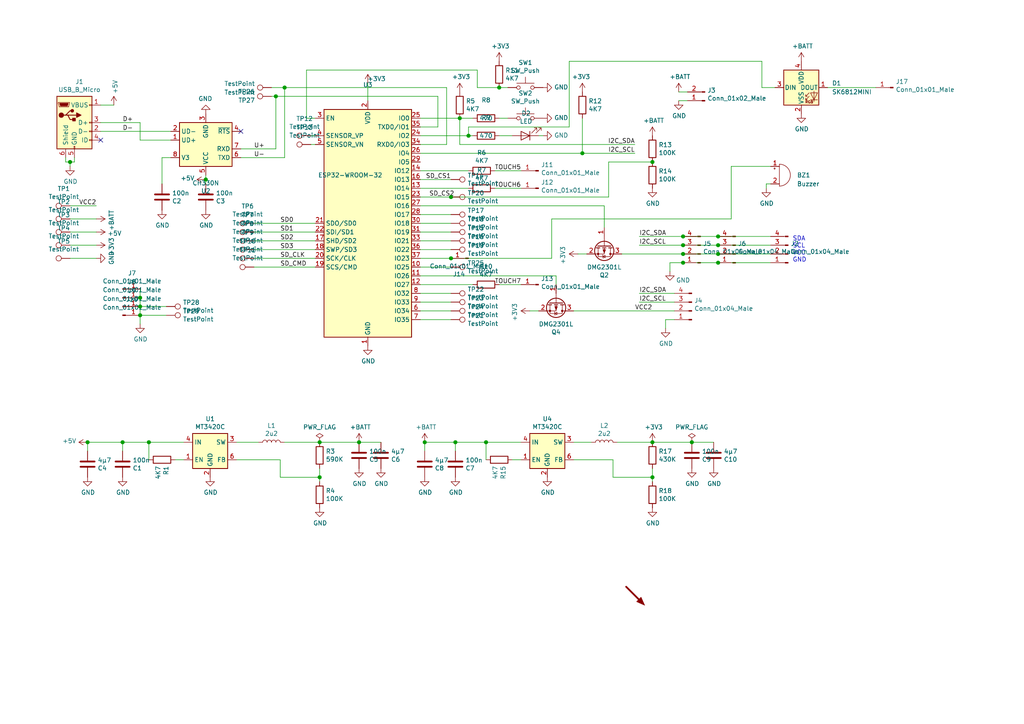
<source format=kicad_sch>
(kicad_sch (version 20210126) (generator eeschema)
  (paper "A4")
  (lib_symbols
    (symbol "Connector:Conn_01x01_Male" (pin_names (offset 1.016) hide)
      (property "Reference" "J" (at 0 2.54 0))
      (property "Value" "Conn_01x01_Male" (at 0 -2.54 0))
      (symbol "Conn_01x01_Male_1_1"
        (pin passive line (at 5.08 0 180) (length 3.81) (name "Pin_1") (number "1"))
      )
    )
    (symbol "Connector:Conn_01x02_Male" (pin_names (offset 1.016) hide)
      (property "Reference" "J" (at 0 2.54 0))
      (property "Value" "Conn_01x02_Male" (at 0 -5.08 0))
      (symbol "Conn_01x02_Male_1_1"
        (pin passive line (at 5.08 0 180) (length 3.81) (name "Pin_1") (number "1"))
        (pin passive line (at 5.08 -2.54 180) (length 3.81) (name "Pin_2") (number "2"))
      )
    )
    (symbol "Connector:Conn_01x04_Male" (pin_names (offset 1.016) hide)
      (property "Reference" "J" (at 0 5.08 0))
      (property "Value" "Conn_01x04_Male" (at 0 -7.62 0))
      (symbol "Conn_01x04_Male_1_1"
        (pin passive line (at 5.08 2.54 180) (length 3.81) (name "Pin_1") (number "1"))
        (pin passive line (at 5.08 0 180) (length 3.81) (name "Pin_2") (number "2"))
        (pin passive line (at 5.08 -2.54 180) (length 3.81) (name "Pin_3") (number "3"))
        (pin passive line (at 5.08 -5.08 180) (length 3.81) (name "Pin_4") (number "4"))
      )
    )
    (symbol "Connector:TestPoint" (pin_numbers hide) (pin_names (offset 0.762) hide)
      (property "Reference" "TP" (at 0 6.858 0))
      (property "Value" "TestPoint" (at 0 5.08 0))
      (symbol "TestPoint_1_1"
        (pin passive line (at 0 0 90) (length 2.54) (name "1") (number "1"))
      )
    )
    (symbol "Device:Buzzer" (pin_names (offset 0.0254) hide)
      (property "Reference" "BZ" (at 3.81 1.27 0))
      (property "Value" "Buzzer" (at 3.81 -1.27 0))
      (symbol "Buzzer_1_1"
        (pin passive line (at -2.54 2.54 0) (length 2.54) (name "-") (number "1"))
        (pin passive line (at -2.54 -2.54 0) (length 2.54) (name "+") (number "2"))
      )
    )
    (symbol "Device:C" (pin_numbers hide) (pin_names (offset 0.254))
      (property "Reference" "C" (at 0.635 2.54 0))
      (property "Value" "C" (at 0.635 -2.54 0))
      (symbol "C_1_1"
        (pin passive line (at 0 3.81 270) (length 2.794) (name "~") (number "1"))
        (pin passive line (at 0 -3.81 90) (length 2.794) (name "~") (number "2"))
      )
    )
    (symbol "Device:L" (pin_numbers hide) (pin_names (offset 1.016) hide)
      (property "Reference" "L" (at -1.27 0 90))
      (property "Value" "L" (at 1.905 0 90))
      (symbol "L_1_1"
        (pin passive line (at 0 3.81 270) (length 1.27) (name "1") (number "1"))
        (pin passive line (at 0 -3.81 90) (length 1.27) (name "2") (number "2"))
      )
    )
    (symbol "Device:LED" (pin_numbers hide) (pin_names (offset 1.016) hide)
      (property "Reference" "D" (at 0 2.54 0))
      (property "Value" "LED" (at 0 -2.54 0))
      (symbol "LED_1_1"
        (pin passive line (at -3.81 0 0) (length 2.54) (name "K") (number "1"))
        (pin passive line (at 3.81 0 180) (length 2.54) (name "A") (number "2"))
      )
    )
    (symbol "Device:R" (pin_numbers hide) (pin_names (offset 0))
      (property "Reference" "R" (at 2.032 0 90))
      (property "Value" "R" (at 0 0 90))
      (symbol "R_1_1"
        (pin passive line (at 0 3.81 270) (length 1.27) (name "~") (number "1"))
        (pin passive line (at 0 -3.81 90) (length 1.27) (name "~") (number "2"))
      )
    )
    (symbol "EasterEGG_V1-rescue:MT3420C-mt3420c"
      (property "Reference" "U" (at -2.54 8.89 0))
      (property "Value" "MT3420C-mt3420c" (at -3.81 6.35 0))
      (symbol "MT3420C-mt3420c_1_1"
        (pin input line (at -7.62 -2.54 0) (length 2.54) (name "EN") (number "1"))
        (pin power_in line (at 0 -7.62 90) (length 2.54) (name "GND") (number "2"))
        (pin passive line (at 7.62 2.54 180) (length 2.54) (name "SW") (number "3"))
        (pin power_in line (at -7.62 2.54 0) (length 2.54) (name "IN") (number "4"))
        (pin no_connect line (at 5.08 0 180) (length 2.54) hide (name "NC") (number "5"))
        (pin input line (at 7.62 -2.54 180) (length 2.54) (name "FB") (number "6"))
      )
    )
    (symbol "EasterEGG_V1-rescue:USB_B_Micro-Connector" (pin_names (offset 1.016))
      (property "Reference" "J" (at -5.08 11.43 0))
      (property "Value" "USB_B_Micro-Connector" (at -5.08 8.89 0))
      (symbol "USB_B_Micro-Connector_1_1"
        (pin power_out line (at 7.62 5.08 180) (length 2.54) (name "VBUS") (number "1"))
        (pin bidirectional line (at 7.62 -2.54 180) (length 2.54) (name "D-") (number "2"))
        (pin bidirectional line (at 7.62 0 180) (length 2.54) (name "D+") (number "3"))
        (pin passive line (at 7.62 -5.08 180) (length 2.54) (name "ID") (number "4"))
        (pin power_out line (at 0 -10.16 90) (length 2.54) (name "GND") (number "5"))
        (pin passive line (at -2.54 -10.16 90) (length 2.54) (name "Shield") (number "6"))
      )
    )
    (symbol "Graphic:SYM_Arrow45_Large" (pin_names (offset 1.016)))
    (symbol "Interface_USB:CH330N"
      (property "Reference" "U" (at -7.62 6.35 0))
      (property "Value" "CH330N" (at 7.62 6.35 0))
      (symbol "CH330N_1_1"
        (pin bidirectional line (at -10.16 -2.54 0) (length 2.54) (name "UD+") (number "1"))
        (pin bidirectional line (at -10.16 -5.08 0) (length 2.54) (name "UD-") (number "2"))
        (pin power_in line (at 0 -10.16 90) (length 2.54) (name "GND") (number "3"))
        (pin output line (at 10.16 -5.08 180) (length 2.54) (name "~RTS") (number "4"))
        (pin power_in line (at 0 7.62 270) (length 2.54) (name "VCC") (number "5"))
        (pin output line (at 10.16 2.54 180) (length 2.54) (name "TXD") (number "6"))
        (pin input line (at 10.16 0 180) (length 2.54) (name "RXD") (number "7"))
        (pin passive line (at -10.16 2.54 0) (length 2.54) (name "V3") (number "8"))
      )
    )
    (symbol "LED:SK6812MINI" (pin_names (offset 0.254))
      (property "Reference" "D" (at 5.08 5.715 0))
      (property "Value" "SK6812MINI" (at 1.27 -5.715 0))
      (symbol "SK6812MINI_0_0"
        (text "RGB" (at 2.286 -4.191 0) (effects (font (size 0.762 0.762))))
      )
      (symbol "SK6812MINI_1_1"
        (pin output line (at 7.62 0 180) (length 2.54) (name "DOUT") (number "1"))
        (pin power_in line (at 0 -7.62 90) (length 2.54) (name "VSS") (number "2"))
        (pin input line (at -7.62 0 0) (length 2.54) (name "DIN") (number "3"))
        (pin power_in line (at 0 7.62 270) (length 2.54) (name "VDD") (number "4"))
      )
    )
    (symbol "RF_Module:ESP32-WROOM-32"
      (property "Reference" "U" (at -12.7 34.29 0))
      (property "Value" "ESP32-WROOM-32" (at 1.27 34.29 0))
      (symbol "ESP32-WROOM-32_1_1"
        (pin power_in line (at 0 -35.56 90) (length 2.54) (name "GND") (number "1"))
        (pin bidirectional line (at 15.24 -12.7 180) (length 2.54) (name "IO25") (number "10"))
        (pin bidirectional line (at 15.24 -15.24 180) (length 2.54) (name "IO26") (number "11"))
        (pin bidirectional line (at 15.24 -17.78 180) (length 2.54) (name "IO27") (number "12"))
        (pin bidirectional line (at 15.24 10.16 180) (length 2.54) (name "IO14") (number "13"))
        (pin bidirectional line (at 15.24 15.24 180) (length 2.54) (name "IO12") (number "14"))
        (pin passive line (at 0 -35.56 90) (length 2.54) hide (name "GND") (number "15"))
        (pin bidirectional line (at 15.24 12.7 180) (length 2.54) (name "IO13") (number "16"))
        (pin bidirectional line (at -15.24 -5.08 0) (length 2.54) (name "SHD/SD2") (number "17"))
        (pin bidirectional line (at -15.24 -7.62 0) (length 2.54) (name "SWP/SD3") (number "18"))
        (pin bidirectional line (at -15.24 -12.7 0) (length 2.54) (name "SCS/CMD") (number "19"))
        (pin power_in line (at 0 35.56 270) (length 2.54) (name "VDD") (number "2"))
        (pin bidirectional line (at -15.24 -10.16 0) (length 2.54) (name "SCK/CLK") (number "20"))
        (pin bidirectional line (at -15.24 0 0) (length 2.54) (name "SDO/SD0") (number "21"))
        (pin bidirectional line (at -15.24 -2.54 0) (length 2.54) (name "SDI/SD1") (number "22"))
        (pin bidirectional line (at 15.24 7.62 180) (length 2.54) (name "IO15") (number "23"))
        (pin bidirectional line (at 15.24 25.4 180) (length 2.54) (name "IO2") (number "24"))
        (pin bidirectional line (at 15.24 30.48 180) (length 2.54) (name "IO0") (number "25"))
        (pin bidirectional line (at 15.24 20.32 180) (length 2.54) (name "IO4") (number "26"))
        (pin bidirectional line (at 15.24 5.08 180) (length 2.54) (name "IO16") (number "27"))
        (pin bidirectional line (at 15.24 2.54 180) (length 2.54) (name "IO17") (number "28"))
        (pin bidirectional line (at 15.24 17.78 180) (length 2.54) (name "IO5") (number "29"))
        (pin input line (at -15.24 30.48 0) (length 2.54) (name "EN") (number "3"))
        (pin bidirectional line (at 15.24 0 180) (length 2.54) (name "IO18") (number "30"))
        (pin bidirectional line (at 15.24 -2.54 180) (length 2.54) (name "IO19") (number "31"))
        (pin no_connect line (at -12.7 -27.94 0) (length 2.54) hide (name "NC") (number "32"))
        (pin bidirectional line (at 15.24 -5.08 180) (length 2.54) (name "IO21") (number "33"))
        (pin bidirectional line (at 15.24 22.86 180) (length 2.54) (name "RXD0/IO3") (number "34"))
        (pin bidirectional line (at 15.24 27.94 180) (length 2.54) (name "TXD0/IO1") (number "35"))
        (pin bidirectional line (at 15.24 -7.62 180) (length 2.54) (name "IO22") (number "36"))
        (pin bidirectional line (at 15.24 -10.16 180) (length 2.54) (name "IO23") (number "37"))
        (pin passive line (at 0 -35.56 90) (length 2.54) hide (name "GND") (number "38"))
        (pin passive line (at 0 -35.56 90) (length 2.54) hide (name "GND") (number "39"))
        (pin input line (at -15.24 25.4 0) (length 2.54) (name "SENSOR_VP") (number "4"))
        (pin input line (at -15.24 22.86 0) (length 2.54) (name "SENSOR_VN") (number "5"))
        (pin input line (at 15.24 -25.4 180) (length 2.54) (name "IO34") (number "6"))
        (pin input line (at 15.24 -27.94 180) (length 2.54) (name "IO35") (number "7"))
        (pin bidirectional line (at 15.24 -20.32 180) (length 2.54) (name "IO32") (number "8"))
        (pin bidirectional line (at 15.24 -22.86 180) (length 2.54) (name "IO33") (number "9"))
      )
    )
    (symbol "Switch:SW_Push" (pin_numbers hide) (pin_names (offset 1.016) hide)
      (property "Reference" "SW" (at 1.27 2.54 0))
      (property "Value" "SW_Push" (at 0 -1.524 0))
      (symbol "SW_Push_0_1"
        (pin passive line (at -5.08 0 0) (length 2.54) (name "1") (number "1"))
        (pin passive line (at 5.08 0 180) (length 2.54) (name "2") (number "2"))
      )
    )
    (symbol "Transistor_FET:DMG2301L" (pin_names hide)
      (property "Reference" "Q" (at 5.08 1.905 0))
      (property "Value" "DMG2301L" (at 5.08 0 0))
      (symbol "DMG2301L_1_1"
        (pin input line (at -5.08 0 0) (length 2.54) (name "G") (number "1"))
        (pin passive line (at 2.54 -5.08 90) (length 2.54) (name "S") (number "2"))
        (pin passive line (at 2.54 5.08 270) (length 2.54) (name "D") (number "3"))
      )
    )
    (symbol "power:+3V3" (power) (pin_names (offset 0))
      (property "Value" "+3V3" (at 0 3.556 0))
      (symbol "+3V3_1_1"
        (pin power_in line (at 0 0 90) (length 0) hide (name "+3V3") (number "1"))
      )
    )
    (symbol "power:+5V" (power) (pin_names (offset 0))
      (property "Value" "+5V" (at 0 3.556 0))
      (symbol "+5V_1_1"
        (pin power_in line (at 0 0 90) (length 0) hide (name "+5V") (number "1"))
      )
    )
    (symbol "power:+BATT" (power) (pin_names (offset 0))
      (property "Value" "+BATT" (at 0 3.556 0))
      (symbol "+BATT_1_1"
        (pin power_in line (at 0 0 90) (length 0) hide (name "+BATT") (number "1"))
      )
    )
    (symbol "power:GND" (power) (pin_names (offset 0))
      (property "Value" "GND" (at 0 -3.81 0))
      (symbol "GND_1_1"
        (pin power_in line (at 0 0 270) (length 0) hide (name "GND") (number "1"))
      )
    )
    (symbol "power:PWR_FLAG" (power) (pin_numbers hide) (pin_names (offset 0) hide)
      (property "Value" "PWR_FLAG" (at 0 3.81 0))
      (symbol "PWR_FLAG_0_0"
        (pin power_out line (at 0 0 90) (length 0) (name "pwr") (number "1"))
      )
    )
  )
  (junction (at 20.32 46.99) (diameter 1.016))
  (junction (at 25.4 128.27) (diameter 1.016))
  (junction (at 35.56 128.27) (diameter 1.016))
  (junction (at 40.64 86.36) (diameter 1.016))
  (junction (at 40.64 88.9) (diameter 1.016))
  (junction (at 40.64 91.44) (diameter 1.016))
  (junction (at 43.18 128.27) (diameter 1.016))
  (junction (at 59.69 52.07) (diameter 1.016))
  (junction (at 80.01 27.94) (diameter 1.016))
  (junction (at 82.55 25.4) (diameter 1.016))
  (junction (at 92.71 128.27) (diameter 1.016))
  (junction (at 92.71 138.43) (diameter 1.016))
  (junction (at 104.14 128.27) (diameter 1.016))
  (junction (at 123.19 128.27) (diameter 1.016))
  (junction (at 130.81 57.15) (diameter 1.016))
  (junction (at 130.81 74.93) (diameter 1.016))
  (junction (at 132.08 128.27) (diameter 1.016))
  (junction (at 133.35 34.29) (diameter 1.016))
  (junction (at 135.89 39.37) (diameter 1.016))
  (junction (at 140.97 128.27) (diameter 1.016))
  (junction (at 144.78 25.4) (diameter 1.016))
  (junction (at 168.91 44.45) (diameter 1.016))
  (junction (at 189.23 46.99) (diameter 1.016))
  (junction (at 189.23 128.27) (diameter 1.016))
  (junction (at 189.23 138.43) (diameter 1.016))
  (junction (at 198.12 68.58) (diameter 1.016))
  (junction (at 198.12 71.12) (diameter 1.016))
  (junction (at 198.12 73.66) (diameter 1.016))
  (junction (at 198.12 76.2) (diameter 1.016))
  (junction (at 200.66 128.27) (diameter 1.016))
  (junction (at 208.28 68.58) (diameter 1.016))
  (junction (at 208.28 71.12) (diameter 1.016))
  (junction (at 208.28 73.66) (diameter 1.016))
  (junction (at 208.28 76.2) (diameter 1.016))
  (no_connect (at 29.21 40.64))
  (no_connect (at 69.85 38.1))
  (wire (pts (xy 19.05 45.72) (xy 19.05 46.99)))
  (wire (pts (xy 19.05 46.99) (xy 20.32 46.99)))
  (wire (pts (xy 20.32 46.99) (xy 21.59 46.99)))
  (wire (pts (xy 20.32 48.26) (xy 20.32 46.99)))
  (wire (pts (xy 20.32 59.69) (xy 27.94 59.69)))
  (wire (pts (xy 20.32 63.5) (xy 27.94 63.5)))
  (wire (pts (xy 20.32 67.31) (xy 27.94 67.31)))
  (wire (pts (xy 20.32 71.12) (xy 27.94 71.12)))
  (wire (pts (xy 20.32 74.93) (xy 27.94 74.93)))
  (wire (pts (xy 21.59 46.99) (xy 21.59 45.72)))
  (wire (pts (xy 25.4 128.27) (xy 35.56 128.27)))
  (wire (pts (xy 25.4 130.81) (xy 25.4 128.27)))
  (wire (pts (xy 29.21 30.48) (xy 33.02 30.48)))
  (wire (pts (xy 29.21 38.1) (xy 49.53 38.1)))
  (wire (pts (xy 35.56 128.27) (xy 35.56 130.81)))
  (wire (pts (xy 35.56 128.27) (xy 43.18 128.27)))
  (wire (pts (xy 40.64 35.56) (xy 29.21 35.56)))
  (wire (pts (xy 40.64 40.64) (xy 40.64 35.56)))
  (wire (pts (xy 40.64 86.36) (xy 40.64 83.82)))
  (wire (pts (xy 40.64 88.9) (xy 40.64 86.36)))
  (wire (pts (xy 40.64 88.9) (xy 48.26 88.9)))
  (wire (pts (xy 40.64 91.44) (xy 40.64 88.9)))
  (wire (pts (xy 40.64 91.44) (xy 48.26 91.44)))
  (wire (pts (xy 40.64 93.98) (xy 40.64 91.44)))
  (wire (pts (xy 43.18 128.27) (xy 53.34 128.27)))
  (wire (pts (xy 43.18 133.35) (xy 43.18 128.27)))
  (wire (pts (xy 46.99 45.72) (xy 46.99 53.34)))
  (wire (pts (xy 46.99 45.72) (xy 49.53 45.72)))
  (wire (pts (xy 49.53 40.64) (xy 40.64 40.64)))
  (wire (pts (xy 53.34 133.35) (xy 50.8 133.35)))
  (wire (pts (xy 59.69 52.07) (xy 59.69 50.8)))
  (wire (pts (xy 59.69 53.34) (xy 59.69 52.07)))
  (wire (pts (xy 68.58 128.27) (xy 74.93 128.27)))
  (wire (pts (xy 68.58 133.35) (xy 81.28 133.35)))
  (wire (pts (xy 69.85 45.72) (xy 82.55 45.72)))
  (wire (pts (xy 73.66 64.77) (xy 91.44 64.77)))
  (wire (pts (xy 73.66 67.31) (xy 91.44 67.31)))
  (wire (pts (xy 73.66 69.85) (xy 91.44 69.85)))
  (wire (pts (xy 73.66 72.39) (xy 91.44 72.39)))
  (wire (pts (xy 73.66 74.93) (xy 91.44 74.93)))
  (wire (pts (xy 73.66 77.47) (xy 91.44 77.47)))
  (wire (pts (xy 78.74 25.4) (xy 82.55 25.4)))
  (wire (pts (xy 78.74 27.94) (xy 80.01 27.94)))
  (wire (pts (xy 80.01 27.94) (xy 80.01 43.18)))
  (wire (pts (xy 80.01 43.18) (xy 69.85 43.18)))
  (wire (pts (xy 81.28 133.35) (xy 81.28 138.43)))
  (wire (pts (xy 82.55 25.4) (xy 129.54 25.4)))
  (wire (pts (xy 82.55 45.72) (xy 82.55 25.4)))
  (wire (pts (xy 82.55 128.27) (xy 92.71 128.27)))
  (wire (pts (xy 88.9 20.32) (xy 138.43 20.32)))
  (wire (pts (xy 88.9 34.29) (xy 88.9 20.32)))
  (wire (pts (xy 90.17 39.37) (xy 91.44 39.37)))
  (wire (pts (xy 91.44 34.29) (xy 88.9 34.29)))
  (wire (pts (xy 91.44 41.91) (xy 90.17 41.91)))
  (wire (pts (xy 92.71 128.27) (xy 104.14 128.27)))
  (wire (pts (xy 92.71 135.89) (xy 92.71 138.43)))
  (wire (pts (xy 92.71 138.43) (xy 81.28 138.43)))
  (wire (pts (xy 92.71 138.43) (xy 92.71 139.7)))
  (wire (pts (xy 106.68 29.21) (xy 106.68 24.13)))
  (wire (pts (xy 110.49 128.27) (xy 104.14 128.27)))
  (wire (pts (xy 121.92 34.29) (xy 133.35 34.29)))
  (wire (pts (xy 121.92 36.83) (xy 127 36.83)))
  (wire (pts (xy 121.92 39.37) (xy 135.89 39.37)))
  (wire (pts (xy 121.92 44.45) (xy 168.91 44.45)))
  (wire (pts (xy 121.92 49.53) (xy 135.89 49.53)))
  (wire (pts (xy 121.92 52.07) (xy 130.81 52.07)))
  (wire (pts (xy 121.92 54.61) (xy 135.89 54.61)))
  (wire (pts (xy 121.92 57.15) (xy 130.81 57.15)))
  (wire (pts (xy 121.92 62.23) (xy 130.81 62.23)))
  (wire (pts (xy 121.92 64.77) (xy 130.81 64.77)))
  (wire (pts (xy 121.92 67.31) (xy 130.81 67.31)))
  (wire (pts (xy 121.92 69.85) (xy 130.81 69.85)))
  (wire (pts (xy 121.92 72.39) (xy 130.81 72.39)))
  (wire (pts (xy 121.92 74.93) (xy 130.81 74.93)))
  (wire (pts (xy 121.92 77.47) (xy 130.81 77.47)))
  (wire (pts (xy 121.92 80.01) (xy 161.29 80.01)))
  (wire (pts (xy 121.92 82.55) (xy 137.16 82.55)))
  (wire (pts (xy 121.92 85.09) (xy 130.81 85.09)))
  (wire (pts (xy 121.92 87.63) (xy 130.81 87.63)))
  (wire (pts (xy 121.92 90.17) (xy 130.81 90.17)))
  (wire (pts (xy 121.92 92.71) (xy 130.81 92.71)))
  (wire (pts (xy 123.19 128.27) (xy 123.19 130.81)))
  (wire (pts (xy 127 27.94) (xy 80.01 27.94)))
  (wire (pts (xy 127 36.83) (xy 127 27.94)))
  (wire (pts (xy 129.54 25.4) (xy 129.54 41.91)))
  (wire (pts (xy 129.54 41.91) (xy 121.92 41.91)))
  (wire (pts (xy 130.81 74.93) (xy 160.02 74.93)))
  (wire (pts (xy 132.08 128.27) (xy 123.19 128.27)))
  (wire (pts (xy 132.08 128.27) (xy 132.08 130.81)))
  (wire (pts (xy 132.08 128.27) (xy 140.97 128.27)))
  (wire (pts (xy 133.35 34.29) (xy 133.35 41.91)))
  (wire (pts (xy 133.35 41.91) (xy 184.15 41.91)))
  (wire (pts (xy 135.89 36.83) (xy 135.89 39.37)))
  (wire (pts (xy 135.89 39.37) (xy 137.16 39.37)))
  (wire (pts (xy 137.16 34.29) (xy 133.35 34.29)))
  (wire (pts (xy 138.43 25.4) (xy 138.43 20.32)))
  (wire (pts (xy 140.97 128.27) (xy 151.13 128.27)))
  (wire (pts (xy 140.97 133.35) (xy 140.97 128.27)))
  (wire (pts (xy 143.51 49.53) (xy 151.13 49.53)))
  (wire (pts (xy 143.51 54.61) (xy 151.13 54.61)))
  (wire (pts (xy 144.78 25.4) (xy 138.43 25.4)))
  (wire (pts (xy 144.78 34.29) (xy 147.32 34.29)))
  (wire (pts (xy 144.78 39.37) (xy 148.59 39.37)))
  (wire (pts (xy 144.78 82.55) (xy 151.13 82.55)))
  (wire (pts (xy 147.32 25.4) (xy 144.78 25.4)))
  (wire (pts (xy 148.59 133.35) (xy 151.13 133.35)))
  (wire (pts (xy 153.67 90.17) (xy 156.21 90.17)))
  (wire (pts (xy 157.48 39.37) (xy 156.21 39.37)))
  (wire (pts (xy 160.02 63.5) (xy 212.09 63.5)))
  (wire (pts (xy 160.02 74.93) (xy 160.02 63.5)))
  (wire (pts (xy 161.29 80.01) (xy 161.29 82.55)))
  (wire (pts (xy 165.1 17.78) (xy 165.1 36.83)))
  (wire (pts (xy 165.1 36.83) (xy 135.89 36.83)))
  (wire (pts (xy 166.37 90.17) (xy 195.58 90.17)))
  (wire (pts (xy 166.37 133.35) (xy 177.8 133.35)))
  (wire (pts (xy 167.64 73.66) (xy 170.18 73.66)))
  (wire (pts (xy 168.91 34.29) (xy 168.91 44.45)))
  (wire (pts (xy 168.91 44.45) (xy 184.15 44.45)))
  (wire (pts (xy 171.45 128.27) (xy 166.37 128.27)))
  (wire (pts (xy 175.26 59.69) (xy 121.92 59.69)))
  (wire (pts (xy 175.26 66.04) (xy 175.26 59.69)))
  (wire (pts (xy 176.53 46.99) (xy 176.53 57.15)))
  (wire (pts (xy 176.53 57.15) (xy 130.81 57.15)))
  (wire (pts (xy 177.8 133.35) (xy 177.8 138.43)))
  (wire (pts (xy 179.07 128.27) (xy 189.23 128.27)))
  (wire (pts (xy 180.34 73.66) (xy 198.12 73.66)))
  (wire (pts (xy 189.23 46.99) (xy 176.53 46.99)))
  (wire (pts (xy 189.23 128.27) (xy 200.66 128.27)))
  (wire (pts (xy 189.23 135.89) (xy 189.23 138.43)))
  (wire (pts (xy 189.23 138.43) (xy 177.8 138.43)))
  (wire (pts (xy 189.23 138.43) (xy 189.23 139.7)))
  (wire (pts (xy 193.04 92.71) (xy 193.04 95.25)))
  (wire (pts (xy 194.31 76.2) (xy 194.31 78.74)))
  (wire (pts (xy 195.58 85.09) (xy 185.42 85.09)))
  (wire (pts (xy 195.58 87.63) (xy 185.42 87.63)))
  (wire (pts (xy 195.58 92.71) (xy 193.04 92.71)))
  (wire (pts (xy 198.12 68.58) (xy 185.42 68.58)))
  (wire (pts (xy 198.12 68.58) (xy 208.28 68.58)))
  (wire (pts (xy 198.12 71.12) (xy 185.42 71.12)))
  (wire (pts (xy 198.12 71.12) (xy 208.28 71.12)))
  (wire (pts (xy 198.12 73.66) (xy 208.28 73.66)))
  (wire (pts (xy 198.12 76.2) (xy 194.31 76.2)))
  (wire (pts (xy 198.12 76.2) (xy 208.28 76.2)))
  (wire (pts (xy 199.39 26.67) (xy 196.85 26.67)))
  (wire (pts (xy 199.39 29.21) (xy 196.85 29.21)))
  (wire (pts (xy 207.01 128.27) (xy 200.66 128.27)))
  (wire (pts (xy 208.28 68.58) (xy 223.52 68.58)))
  (wire (pts (xy 208.28 71.12) (xy 223.52 71.12)))
  (wire (pts (xy 208.28 73.66) (xy 223.52 73.66)))
  (wire (pts (xy 208.28 76.2) (xy 223.52 76.2)))
  (wire (pts (xy 212.09 48.26) (xy 223.52 48.26)))
  (wire (pts (xy 212.09 63.5) (xy 212.09 48.26)))
  (wire (pts (xy 220.98 17.78) (xy 165.1 17.78)))
  (wire (pts (xy 220.98 25.4) (xy 220.98 17.78)))
  (wire (pts (xy 222.25 53.34) (xy 223.52 53.34)))
  (wire (pts (xy 222.25 54.61) (xy 222.25 53.34)))
  (wire (pts (xy 224.79 25.4) (xy 220.98 25.4)))
  (wire (pts (xy 240.03 25.4) (xy 254 25.4)))
  (text "SDA\nSCL\nVCC\nGND" (at 229.87 76.2 0) (effects (font (size 1.27 1.27)) (justify left bottom)))
  (label "VCC2" (at 27.94 59.69 180))
  (label "D+" (at 35.56 35.56 0))
  (label "D-" (at 35.56 38.1 0))
  (label "U+" (at 73.66 43.18 0))
  (label "U-" (at 73.66 45.72 0))
  (label "SD0" (at 81.28 64.77 0))
  (label "SD1" (at 81.28 67.31 0))
  (label "SD2" (at 81.28 69.85 0))
  (label "SD3" (at 81.28 72.39 0))
  (label "SD_CLK" (at 81.28 74.93 0))
  (label "SD_CMD" (at 81.28 77.47 0))
  (label "SD_CS2" (at 124.46 57.15 0))
  (label "SD_CS1" (at 130.81 52.07 180))
  (label "TOUCH5" (at 151.13 49.53 180))
  (label "TOUCH6" (at 151.13 54.61 180))
  (label "TOUCH7" (at 151.13 82.55 180))
  (label "I2C_SDA" (at 184.15 41.91 180))
  (label "I2C_SCL" (at 184.15 44.45 180))
  (label "VCC2" (at 184.15 90.17 0))
  (label "I2C_SDA" (at 185.42 68.58 0))
  (label "I2C_SCL" (at 185.42 71.12 0))
  (label "I2C_SDA" (at 185.42 85.09 0))
  (label "I2C_SCL" (at 185.42 87.63 0))
  (symbol (lib_id "Connector:Conn_01x01_Male") (at 35.56 83.82 0) (unit 1)
    (property "Reference" "J7" (at 38.3032 79.2226 0))
    (property "Value" "Conn_01x01_Male" (at 38.3032 81.534 0))
    (property "Footprint" "Connector_PinHeader_2.54mm:PinHeader_1x01_P2.54mm_Vertical" (effects hide))
  )
  (symbol (lib_id "Connector:Conn_01x01_Male") (at 35.56 86.36 0) (unit 1)
    (property "Reference" "J8" (at 38.3032 81.7626 0))
    (property "Value" "Conn_01x01_Male" (at 38.3032 84.074 0))
    (property "Footprint" "Connector_PinHeader_2.54mm:PinHeader_1x01_P2.54mm_Vertical" (effects hide))
  )
  (symbol (lib_id "Connector:Conn_01x01_Male") (at 35.56 88.9 0) (unit 1)
    (property "Reference" "J9" (at 38.3032 84.3026 0))
    (property "Value" "Conn_01x01_Male" (at 38.3032 86.614 0))
    (property "Footprint" "Connector_PinHeader_2.54mm:PinHeader_1x01_P2.54mm_Vertical" (effects hide))
  )
  (symbol (lib_id "Connector:Conn_01x01_Male") (at 35.56 91.44 0) (unit 1)
    (property "Reference" "J10" (at 38.3032 86.8426 0))
    (property "Value" "Conn_01x01_Male" (at 38.3032 89.154 0))
    (property "Footprint" "Connector_PinHeader_2.54mm:PinHeader_1x01_P2.54mm_Vertical" (effects hide))
  )
  (symbol (lib_id "Connector:Conn_01x01_Male") (at 135.89 74.93 180) (unit 1)
    (property "Reference" "J14" (at 133.1468 79.5274 0))
    (property "Value" "Conn_01x01_Male" (at 133.1468 77.216 0))
    (property "Footprint" "Connector_PinHeader_2.54mm:PinHeader_1x01_P2.54mm_Vertical" (effects hide))
  )
  (symbol (lib_id "Connector:Conn_01x01_Male") (at 156.21 49.53 180) (unit 1)
    (property "Reference" "J11" (at 156.9212 47.8028 0) (effects (justify right)))
    (property "Value" "Conn_01x01_Male" (at 156.9212 50.1142 0) (effects (justify right)))
    (property "Footprint" "Connector_PinHeader_2.54mm:PinHeader_1x01_P2.54mm_Vertical" (effects hide))
  )
  (symbol (lib_id "Connector:Conn_01x01_Male") (at 156.21 54.61 180) (unit 1)
    (property "Reference" "J12" (at 156.9212 52.8828 0) (effects (justify right)))
    (property "Value" "Conn_01x01_Male" (at 156.9212 55.1942 0) (effects (justify right)))
    (property "Footprint" "Connector_PinHeader_2.54mm:PinHeader_1x01_P2.54mm_Vertical" (effects hide))
  )
  (symbol (lib_id "Connector:Conn_01x01_Male") (at 156.21 82.55 180) (unit 1)
    (property "Reference" "J13" (at 156.9212 80.8228 0) (effects (justify right)))
    (property "Value" "Conn_01x01_Male" (at 156.9212 83.1342 0) (effects (justify right)))
    (property "Footprint" "Connector_PinHeader_2.54mm:PinHeader_1x01_P2.54mm_Vertical" (effects hide))
  )
  (symbol (lib_id "Connector:Conn_01x01_Male") (at 259.08 25.4 180) (unit 1)
    (property "Reference" "J17" (at 259.7912 23.6728 0) (effects (justify right)))
    (property "Value" "Conn_01x01_Male" (at 259.7912 25.9842 0) (effects (justify right)))
    (property "Footprint" "Connector_PinHeader_2.54mm:PinHeader_1x01_P2.54mm_Vertical" (effects hide))
  )
  (symbol (lib_id "power:+5V") (at 25.4 128.27 90) (unit 1)
    (property "Reference" "#PWR0121" (effects hide))
    (property "Value" "+5V" (at 22.1488 127.889 90) (effects (justify left)))
  )
  (symbol (lib_id "power:+BATT") (at 27.94 63.5 270) (unit 1)
    (property "Reference" "#PWR0136" (effects hide))
    (property "Value" "+BATT" (at 32.3342 63.881 0))
  )
  (symbol (lib_id "power:+5V") (at 27.94 67.31 270) (unit 1)
    (property "Reference" "#PWR0137" (effects hide))
    (property "Value" "+5V" (at 31.1912 67.691 90) (effects (justify left)))
  )
  (symbol (lib_id "power:+3V3") (at 27.94 71.12 270) (unit 1)
    (property "Reference" "#PWR0138" (effects hide))
    (property "Value" "+3V3" (at 32.3342 71.501 0))
  )
  (symbol (lib_id "power:+5V") (at 33.02 30.48 0) (unit 1)
    (property "Reference" "#PWR0120" (effects hide))
    (property "Value" "+5V" (at 33.401 27.2288 90) (effects (justify left)))
  )
  (symbol (lib_id "power:+5V") (at 59.69 52.07 90) (unit 1)
    (property "Reference" "#PWR0103" (effects hide))
    (property "Value" "+5V" (at 56.4388 51.689 90) (effects (justify left)))
  )
  (symbol (lib_id "power:+BATT") (at 104.14 128.27 0) (unit 1)
    (property "Reference" "#PWR0123" (effects hide))
    (property "Value" "+BATT" (at 104.521 123.8758 0))
  )
  (symbol (lib_id "power:+3V3") (at 106.68 24.13 0) (unit 1)
    (property "Reference" "#PWR0131" (effects hide))
    (property "Value" "+3V3" (at 109.22 22.86 0))
  )
  (symbol (lib_id "power:+BATT") (at 123.19 128.27 0) (unit 1)
    (property "Reference" "#PWR04" (effects hide))
    (property "Value" "+BATT" (at 123.571 123.8758 0))
  )
  (symbol (lib_id "power:+3V3") (at 133.35 26.67 0) (unit 1)
    (property "Reference" "#PWR0109" (effects hide))
    (property "Value" "+3V3" (at 133.731 22.2758 0))
  )
  (symbol (lib_id "power:+3V3") (at 144.78 17.78 0) (unit 1)
    (property "Reference" "#PWR0108" (effects hide))
    (property "Value" "+3V3" (at 145.161 13.3858 0))
  )
  (symbol (lib_id "power:+3V3") (at 153.67 90.17 90) (mirror x) (unit 1)
    (property "Reference" "#PWR0132" (effects hide))
    (property "Value" "+3V3" (at 149.2758 90.551 0))
  )
  (symbol (lib_id "power:+3V3") (at 167.64 73.66 90) (mirror x) (unit 1)
    (property "Reference" "#PWR0130" (effects hide))
    (property "Value" "+3V3" (at 163.2458 74.041 0))
  )
  (symbol (lib_id "power:+3V3") (at 168.91 26.67 0) (mirror y) (unit 1)
    (property "Reference" "#PWR0126" (effects hide))
    (property "Value" "+3V3" (at 168.529 22.2758 0))
  )
  (symbol (lib_id "power:+BATT") (at 189.23 39.37 0) (unit 1)
    (property "Reference" "#PWR0127" (effects hide))
    (property "Value" "+BATT" (at 189.611 34.9758 0))
  )
  (symbol (lib_id "power:+3V3") (at 189.23 128.27 0) (unit 1)
    (property "Reference" "#PWR07" (effects hide))
    (property "Value" "+3V3" (at 189.611 123.8758 0))
  )
  (symbol (lib_id "power:+BATT") (at 196.85 26.67 0) (unit 1)
    (property "Reference" "#PWR0124" (effects hide))
    (property "Value" "+BATT" (at 197.231 22.2758 0))
  )
  (symbol (lib_id "power:+BATT") (at 232.41 17.78 0) (unit 1)
    (property "Reference" "#PWR05" (effects hide))
    (property "Value" "+BATT" (at 232.791 13.3858 0))
  )
  (symbol (lib_id "power:PWR_FLAG") (at 92.71 128.27 0) (unit 1)
    (property "Reference" "#FLG0101" (effects hide))
    (property "Value" "PWR_FLAG" (at 92.71 123.8758 0))
  )
  (symbol (lib_id "power:PWR_FLAG") (at 200.66 128.27 0) (unit 1)
    (property "Reference" "#FLG0102" (effects hide))
    (property "Value" "PWR_FLAG" (at 200.66 123.8758 0))
  )
  (symbol (lib_id "Connector:TestPoint") (at 20.32 59.69 90) (unit 1)
    (property "Reference" "TP1" (at 18.4912 54.737 90))
    (property "Value" "TestPoint" (at 18.4912 57.0484 90))
    (property "Footprint" "TestPoint:TestPoint_Pad_D1.5mm" (effects hide))
  )
  (symbol (lib_id "Connector:TestPoint") (at 20.32 63.5 90) (unit 1)
    (property "Reference" "TP2" (at 18.4912 58.547 90))
    (property "Value" "TestPoint" (at 18.4912 60.8584 90))
    (property "Footprint" "TestPoint:TestPoint_Pad_D1.5mm" (effects hide))
  )
  (symbol (lib_id "Connector:TestPoint") (at 20.32 67.31 90) (unit 1)
    (property "Reference" "TP3" (at 18.4912 62.357 90))
    (property "Value" "TestPoint" (at 18.4912 64.6684 90))
    (property "Footprint" "TestPoint:TestPoint_Pad_D1.5mm" (effects hide))
  )
  (symbol (lib_id "Connector:TestPoint") (at 20.32 71.12 90) (unit 1)
    (property "Reference" "TP4" (at 18.4912 66.167 90))
    (property "Value" "TestPoint" (at 18.4912 68.4784 90))
    (property "Footprint" "TestPoint:TestPoint_Pad_D1.5mm" (effects hide))
  )
  (symbol (lib_id "Connector:TestPoint") (at 20.32 74.93 90) (unit 1)
    (property "Reference" "TP5" (at 18.4912 69.977 90))
    (property "Value" "TestPoint" (at 18.4912 72.2884 90))
    (property "Footprint" "TestPoint:TestPoint_Pad_1.5x1.5mm" (effects hide))
  )
  (symbol (lib_id "Connector:TestPoint") (at 48.26 88.9 270) (unit 1)
    (property "Reference" "TP28" (at 53.0352 87.7316 90) (effects (justify left)))
    (property "Value" "TestPoint" (at 53.0352 90.043 90) (effects (justify left)))
    (property "Footprint" "TestPoint:TestPoint_Pad_D1.5mm" (effects hide))
  )
  (symbol (lib_id "Connector:TestPoint") (at 48.26 91.44 270) (unit 1)
    (property "Reference" "TP29" (at 53.0352 90.2716 90) (effects (justify left)))
    (property "Value" "TestPoint" (at 53.0352 92.583 90) (effects (justify left)))
    (property "Footprint" "TestPoint:TestPoint_Pad_D1.5mm" (effects hide))
  )
  (symbol (lib_id "Connector:TestPoint") (at 73.66 64.77 90) (unit 1)
    (property "Reference" "TP6" (at 71.8312 59.817 90))
    (property "Value" "TestPoint" (at 71.8312 62.1284 90))
    (property "Footprint" "TestPoint:TestPoint_Pad_D1.5mm" (effects hide))
  )
  (symbol (lib_id "Connector:TestPoint") (at 73.66 67.31 90) (unit 1)
    (property "Reference" "TP7" (at 71.8312 62.357 90))
    (property "Value" "TestPoint" (at 71.8312 64.6684 90))
    (property "Footprint" "TestPoint:TestPoint_Pad_D1.5mm" (effects hide))
  )
  (symbol (lib_id "Connector:TestPoint") (at 73.66 69.85 90) (unit 1)
    (property "Reference" "TP8" (at 71.8312 64.897 90))
    (property "Value" "TestPoint" (at 71.8312 67.2084 90))
    (property "Footprint" "TestPoint:TestPoint_Pad_D1.5mm" (effects hide))
  )
  (symbol (lib_id "Connector:TestPoint") (at 73.66 72.39 90) (unit 1)
    (property "Reference" "TP9" (at 71.8312 67.437 90))
    (property "Value" "TestPoint" (at 71.8312 69.7484 90))
    (property "Footprint" "TestPoint:TestPoint_Pad_D1.5mm" (effects hide))
  )
  (symbol (lib_id "Connector:TestPoint") (at 73.66 74.93 90) (unit 1)
    (property "Reference" "TP10" (at 71.8312 69.977 90))
    (property "Value" "TestPoint" (at 71.8312 72.2884 90))
    (property "Footprint" "TestPoint:TestPoint_Pad_D1.5mm" (effects hide))
  )
  (symbol (lib_id "Connector:TestPoint") (at 73.66 77.47 90) (unit 1)
    (property "Reference" "TP11" (at 71.8312 72.517 90))
    (property "Value" "TestPoint" (at 71.8312 74.8284 90))
    (property "Footprint" "TestPoint:TestPoint_Pad_D1.5mm" (effects hide))
  )
  (symbol (lib_id "Connector:TestPoint") (at 78.74 25.4 90) (unit 1)
    (property "Reference" "TP26" (at 73.9648 26.5684 90) (effects (justify left)))
    (property "Value" "TestPoint" (at 73.9648 24.257 90) (effects (justify left)))
    (property "Footprint" "TestPoint:TestPoint_Pad_D1.5mm" (effects hide))
  )
  (symbol (lib_id "Connector:TestPoint") (at 78.74 27.94 90) (unit 1)
    (property "Reference" "TP27" (at 73.9648 29.1084 90) (effects (justify left)))
    (property "Value" "TestPoint" (at 73.9648 26.797 90) (effects (justify left)))
    (property "Footprint" "TestPoint:TestPoint_Pad_D1.5mm" (effects hide))
  )
  (symbol (lib_id "Connector:TestPoint") (at 90.17 39.37 90) (unit 1)
    (property "Reference" "TP12" (at 88.3412 34.417 90))
    (property "Value" "TestPoint" (at 88.3412 36.7284 90))
    (property "Footprint" "TestPoint:TestPoint_Pad_D1.5mm" (effects hide))
  )
  (symbol (lib_id "Connector:TestPoint") (at 90.17 41.91 90) (unit 1)
    (property "Reference" "TP13" (at 88.3412 36.957 90))
    (property "Value" "TestPoint" (at 88.3412 39.2684 90))
    (property "Footprint" "TestPoint:TestPoint_Pad_D1.5mm" (effects hide))
  )
  (symbol (lib_id "Connector:TestPoint") (at 130.81 52.07 270) (unit 1)
    (property "Reference" "TP14" (at 135.5852 50.9016 90) (effects (justify left)))
    (property "Value" "TestPoint" (at 135.5852 53.213 90) (effects (justify left)))
    (property "Footprint" "TestPoint:TestPoint_Pad_D1.5mm" (effects hide))
  )
  (symbol (lib_id "Connector:TestPoint") (at 130.81 57.15 270) (unit 1)
    (property "Reference" "TP20" (at 135.5852 55.9816 90) (effects (justify left)))
    (property "Value" "TestPoint" (at 135.5852 58.293 90) (effects (justify left)))
    (property "Footprint" "TestPoint:TestPoint_Pad_D1.5mm" (effects hide))
  )
  (symbol (lib_id "Connector:TestPoint") (at 130.81 62.23 270) (unit 1)
    (property "Reference" "TP17" (at 135.5852 61.0616 90) (effects (justify left)))
    (property "Value" "TestPoint" (at 135.5852 63.373 90) (effects (justify left)))
    (property "Footprint" "TestPoint:TestPoint_Pad_D1.5mm" (effects hide))
  )
  (symbol (lib_id "Connector:TestPoint") (at 130.81 64.77 270) (unit 1)
    (property "Reference" "TP18" (at 135.5852 63.6016 90) (effects (justify left)))
    (property "Value" "TestPoint" (at 135.5852 65.913 90) (effects (justify left)))
    (property "Footprint" "TestPoint:TestPoint_Pad_D1.5mm" (effects hide))
  )
  (symbol (lib_id "Connector:TestPoint") (at 130.81 67.31 270) (unit 1)
    (property "Reference" "TP15" (at 135.5852 66.1416 90) (effects (justify left)))
    (property "Value" "TestPoint" (at 135.5852 68.453 90) (effects (justify left)))
    (property "Footprint" "TestPoint:TestPoint_Pad_D1.5mm" (effects hide))
  )
  (symbol (lib_id "Connector:TestPoint") (at 130.81 69.85 270) (unit 1)
    (property "Reference" "TP16" (at 135.5852 68.6816 90) (effects (justify left)))
    (property "Value" "TestPoint" (at 135.5852 70.993 90) (effects (justify left)))
    (property "Footprint" "TestPoint:TestPoint_Pad_D1.5mm" (effects hide))
  )
  (symbol (lib_id "Connector:TestPoint") (at 130.81 72.39 270) (unit 1)
    (property "Reference" "TP19" (at 135.5852 71.2216 90) (effects (justify left)))
    (property "Value" "TestPoint" (at 135.5852 73.533 90) (effects (justify left)))
    (property "Footprint" "TestPoint:TestPoint_Pad_D1.5mm" (effects hide))
  )
  (symbol (lib_id "Connector:TestPoint") (at 130.81 77.47 270) (unit 1)
    (property "Reference" "TP25" (at 135.5852 76.3016 90) (effects (justify left)))
    (property "Value" "TestPoint" (at 135.5852 78.613 90) (effects (justify left)))
    (property "Footprint" "TestPoint:TestPoint_Pad_D1.5mm" (effects hide))
  )
  (symbol (lib_id "Connector:TestPoint") (at 130.81 85.09 270) (unit 1)
    (property "Reference" "TP22" (at 135.5852 83.9216 90) (effects (justify left)))
    (property "Value" "TestPoint" (at 135.5852 86.233 90) (effects (justify left)))
    (property "Footprint" "TestPoint:TestPoint_Pad_D1.5mm" (effects hide))
  )
  (symbol (lib_id "Connector:TestPoint") (at 130.81 87.63 270) (unit 1)
    (property "Reference" "TP23" (at 135.5852 86.4616 90) (effects (justify left)))
    (property "Value" "TestPoint" (at 135.5852 88.773 90) (effects (justify left)))
    (property "Footprint" "TestPoint:TestPoint_Pad_D1.5mm" (effects hide))
  )
  (symbol (lib_id "Connector:TestPoint") (at 130.81 90.17 270) (unit 1)
    (property "Reference" "TP24" (at 135.5852 89.0016 90) (effects (justify left)))
    (property "Value" "TestPoint" (at 135.5852 91.313 90) (effects (justify left)))
    (property "Footprint" "TestPoint:TestPoint_Pad_D1.5mm" (effects hide))
  )
  (symbol (lib_id "Connector:TestPoint") (at 130.81 92.71 270) (unit 1)
    (property "Reference" "TP21" (at 135.5852 91.5416 90) (effects (justify left)))
    (property "Value" "TestPoint" (at 135.5852 93.853 90) (effects (justify left)))
    (property "Footprint" "TestPoint:TestPoint_Pad_D1.5mm" (effects hide))
  )
  (symbol (lib_id "power:GND") (at 20.32 48.26 0) (unit 1)
    (property "Reference" "#PWR0119" (effects hide))
    (property "Value" "GND" (at 20.447 52.6542 0))
  )
  (symbol (lib_id "power:GND") (at 25.4 138.43 0) (unit 1)
    (property "Reference" "#PWR0115" (effects hide))
    (property "Value" "GND" (at 25.527 142.8242 0))
  )
  (symbol (lib_id "power:GND") (at 27.94 74.93 90) (unit 1)
    (property "Reference" "#PWR0135" (effects hide))
    (property "Value" "GND" (at 32.3342 74.803 0))
  )
  (symbol (lib_id "power:GND") (at 35.56 138.43 0) (unit 1)
    (property "Reference" "#PWR0118" (effects hide))
    (property "Value" "GND" (at 35.687 142.8242 0))
  )
  (symbol (lib_id "power:GND") (at 40.64 93.98 0) (unit 1)
    (property "Reference" "#PWR0134" (effects hide))
    (property "Value" "GND" (at 40.767 98.3742 0))
  )
  (symbol (lib_id "power:GND") (at 46.99 60.96 0) (unit 1)
    (property "Reference" "#PWR0102" (effects hide))
    (property "Value" "GND" (at 47.117 65.3542 0))
  )
  (symbol (lib_id "power:GND") (at 59.69 33.02 180) (unit 1)
    (property "Reference" "#PWR0105" (effects hide))
    (property "Value" "GND" (at 59.563 28.6258 0))
  )
  (symbol (lib_id "power:GND") (at 59.69 60.96 0) (unit 1)
    (property "Reference" "#PWR0101" (effects hide))
    (property "Value" "GND" (at 59.817 65.3542 0))
  )
  (symbol (lib_id "power:GND") (at 60.96 138.43 0) (unit 1)
    (property "Reference" "#PWR0116" (effects hide))
    (property "Value" "GND" (at 61.087 142.8242 0))
  )
  (symbol (lib_id "power:GND") (at 92.71 147.32 0) (unit 1)
    (property "Reference" "#PWR0113" (effects hide))
    (property "Value" "GND" (at 92.837 151.7142 0))
  )
  (symbol (lib_id "power:GND") (at 104.14 135.89 0) (unit 1)
    (property "Reference" "#PWR0111" (effects hide))
    (property "Value" "GND" (at 104.267 140.2842 0))
  )
  (symbol (lib_id "power:GND") (at 106.68 100.33 0) (unit 1)
    (property "Reference" "#PWR0122" (effects hide))
    (property "Value" "GND" (at 106.807 104.7242 0))
  )
  (symbol (lib_id "power:GND") (at 110.49 135.89 0) (unit 1)
    (property "Reference" "#PWR0112" (effects hide))
    (property "Value" "GND" (at 110.617 140.2842 0))
  )
  (symbol (lib_id "power:GND") (at 123.19 138.43 0) (unit 1)
    (property "Reference" "#PWR06" (effects hide))
    (property "Value" "GND" (at 123.317 142.8242 0))
  )
  (symbol (lib_id "power:GND") (at 132.08 138.43 0) (unit 1)
    (property "Reference" "#PWR01" (effects hide))
    (property "Value" "GND" (at 132.207 142.8242 0))
  )
  (symbol (lib_id "power:GND") (at 157.48 25.4 90) (unit 1)
    (property "Reference" "#PWR0107" (effects hide))
    (property "Value" "GND" (at 160.7312 25.273 90) (effects (justify right)))
  )
  (symbol (lib_id "power:GND") (at 157.48 34.29 90) (unit 1)
    (property "Reference" "#PWR0106" (effects hide))
    (property "Value" "GND" (at 160.7312 34.163 90) (effects (justify right)))
  )
  (symbol (lib_id "power:GND") (at 157.48 39.37 90) (unit 1)
    (property "Reference" "#PWR0110" (effects hide))
    (property "Value" "GND" (at 160.7312 39.243 90) (effects (justify right)))
  )
  (symbol (lib_id "power:GND") (at 158.75 138.43 0) (unit 1)
    (property "Reference" "#PWR03" (effects hide))
    (property "Value" "GND" (at 158.877 142.8242 0))
  )
  (symbol (lib_id "power:GND") (at 189.23 54.61 0) (unit 1)
    (property "Reference" "#PWR0128" (effects hide))
    (property "Value" "GND" (at 189.357 59.0042 0))
  )
  (symbol (lib_id "power:GND") (at 189.23 147.32 0) (unit 1)
    (property "Reference" "#PWR08" (effects hide))
    (property "Value" "GND" (at 189.357 151.7142 0))
  )
  (symbol (lib_id "power:GND") (at 193.04 95.25 0) (unit 1)
    (property "Reference" "#PWR0133" (effects hide))
    (property "Value" "GND" (at 193.167 99.6442 0))
  )
  (symbol (lib_id "power:GND") (at 194.31 78.74 0) (unit 1)
    (property "Reference" "#PWR0129" (effects hide))
    (property "Value" "GND" (at 198.12 81.28 0))
  )
  (symbol (lib_id "power:GND") (at 196.85 29.21 0) (unit 1)
    (property "Reference" "#PWR0125" (effects hide))
    (property "Value" "GND" (at 196.977 33.6042 0))
  )
  (symbol (lib_id "power:GND") (at 200.66 135.89 0) (unit 1)
    (property "Reference" "#PWR09" (effects hide))
    (property "Value" "GND" (at 200.787 140.2842 0))
  )
  (symbol (lib_id "power:GND") (at 207.01 135.89 0) (unit 1)
    (property "Reference" "#PWR010" (effects hide))
    (property "Value" "GND" (at 207.137 140.2842 0))
  )
  (symbol (lib_id "power:GND") (at 222.25 54.61 0) (unit 1)
    (property "Reference" "#PWR02" (effects hide))
    (property "Value" "GND" (at 222.377 59.0042 0))
  )
  (symbol (lib_id "power:GND") (at 232.41 33.02 0) (unit 1)
    (property "Reference" "#PWR011" (effects hide))
    (property "Value" "GND" (at 232.537 37.4142 0))
  )
  (symbol (lib_id "Device:L") (at 78.74 128.27 90) (unit 1)
    (property "Reference" "L1" (at 78.74 123.444 90))
    (property "Value" "2u2" (at 78.74 125.7554 90))
    (property "Footprint" "Inductor_SMD:L_1210_3225Metric" (effects hide))
    (property "Datasheet" "LQH32CN2R2M53L" (effects hide))
    (property "Number" "C86074" (effects hide))
  )
  (symbol (lib_id "Device:L") (at 175.26 128.27 90) (unit 1)
    (property "Reference" "L2" (at 175.26 123.444 90))
    (property "Value" "2u2" (at 175.26 125.7554 90))
    (property "Footprint" "Inductor_SMD:L_1210_3225Metric" (effects hide))
    (property "Datasheet" "LQH32CN2R2M53L" (effects hide))
    (property "Number" "C86074" (effects hide))
  )
  (symbol (lib_id "Connector:Conn_01x02_Male") (at 204.47 29.21 180) (unit 1)
    (property "Reference" "J3" (at 205.1812 26.2128 0) (effects (justify right)))
    (property "Value" "Conn_01x02_Male" (at 205.1812 28.5242 0) (effects (justify right)))
    (property "Footprint" "Connector_PinHeader_2.54mm:PinHeader_1x02_P2.54mm_Vertical" (effects hide))
  )
  (symbol (lib_id "Device:R") (at 46.99 133.35 90) (unit 1)
    (property "Reference" "R1" (at 48.1584 135.128 0) (effects (justify right)))
    (property "Value" "4K7" (at 45.847 135.128 0) (effects (justify right)))
    (property "Footprint" "Resistor_SMD:R_0603_1608Metric" (effects hide))
  )
  (symbol (lib_id "Device:R") (at 92.71 132.08 0) (unit 1)
    (property "Reference" "R3" (at 94.488 130.9116 0) (effects (justify left)))
    (property "Value" "590K" (at 94.488 133.223 0) (effects (justify left)))
    (property "Footprint" "Resistor_SMD:R_0603_1608Metric" (effects hide))
  )
  (symbol (lib_id "Device:R") (at 92.71 143.51 0) (unit 1)
    (property "Reference" "R4" (at 94.488 142.3416 0) (effects (justify left)))
    (property "Value" "100K" (at 94.488 144.653 0) (effects (justify left)))
    (property "Footprint" "Resistor_SMD:R_0603_1608Metric" (effects hide))
  )
  (symbol (lib_id "Device:R") (at 133.35 30.48 180) (unit 1)
    (property "Reference" "R5" (at 135.128 29.3116 0) (effects (justify right)))
    (property "Value" "4K7" (at 135.128 31.623 0) (effects (justify right)))
    (property "Footprint" "Resistor_SMD:R_0603_1608Metric" (effects hide))
  )
  (symbol (lib_id "Device:R") (at 139.7 49.53 270) (unit 1)
    (property "Reference" "R6" (at 139.7 44.2722 90))
    (property "Value" "4K7" (at 139.7 46.5836 90))
    (property "Footprint" "Resistor_SMD:R_0603_1608Metric" (effects hide))
  )
  (symbol (lib_id "Device:R") (at 139.7 54.61 270) (unit 1)
    (property "Reference" "R7" (at 139.7 49.3522 90))
    (property "Value" "4K7" (at 139.7 51.6636 90))
    (property "Footprint" "Resistor_SMD:R_0603_1608Metric" (effects hide))
  )
  (symbol (lib_id "Device:R") (at 140.97 34.29 270) (unit 1)
    (property "Reference" "R8" (at 140.97 29.0322 90))
    (property "Value" "470" (at 140.97 34.29 90))
    (property "Footprint" "Resistor_SMD:R_0603_1608Metric" (effects hide))
  )
  (symbol (lib_id "Device:R") (at 140.97 39.37 270) (unit 1)
    (property "Reference" "R9" (at 140.97 34.1122 90))
    (property "Value" "470" (at 140.97 39.37 90))
    (property "Footprint" "Resistor_SMD:R_0603_1608Metric" (effects hide))
  )
  (symbol (lib_id "Device:R") (at 140.97 82.55 270) (unit 1)
    (property "Reference" "R10" (at 140.97 77.2922 90))
    (property "Value" "4K7" (at 140.97 79.6036 90))
    (property "Footprint" "Resistor_SMD:R_0603_1608Metric" (effects hide))
  )
  (symbol (lib_id "Device:R") (at 144.78 21.59 0) (unit 1)
    (property "Reference" "R11" (at 146.558 20.4216 0) (effects (justify left)))
    (property "Value" "4K7" (at 146.558 22.733 0) (effects (justify left)))
    (property "Footprint" "Resistor_SMD:R_0603_1608Metric" (effects hide))
  )
  (symbol (lib_id "Device:R") (at 144.78 133.35 90) (unit 1)
    (property "Reference" "R15" (at 145.9484 135.128 0) (effects (justify right)))
    (property "Value" "4K7" (at 143.637 135.128 0) (effects (justify right)))
    (property "Footprint" "Resistor_SMD:R_0603_1608Metric" (effects hide))
  )
  (symbol (lib_id "Device:R") (at 168.91 30.48 180) (unit 1)
    (property "Reference" "R12" (at 170.688 29.3116 0) (effects (justify right)))
    (property "Value" "4K7" (at 170.688 31.623 0) (effects (justify right)))
    (property "Footprint" "Resistor_SMD:R_0603_1608Metric" (effects hide))
  )
  (symbol (lib_id "Device:R") (at 189.23 43.18 0) (unit 1)
    (property "Reference" "R13" (at 191.008 42.0116 0) (effects (justify left)))
    (property "Value" "100K" (at 191.008 44.323 0) (effects (justify left)))
    (property "Footprint" "Resistor_SMD:R_0603_1608Metric" (effects hide))
  )
  (symbol (lib_id "Device:R") (at 189.23 50.8 0) (unit 1)
    (property "Reference" "R14" (at 191.008 49.6316 0) (effects (justify left)))
    (property "Value" "100K" (at 191.008 51.943 0) (effects (justify left)))
    (property "Footprint" "Resistor_SMD:R_0603_1608Metric" (effects hide))
  )
  (symbol (lib_id "Device:R") (at 189.23 132.08 0) (unit 1)
    (property "Reference" "R17" (at 191.008 130.9116 0) (effects (justify left)))
    (property "Value" "430K" (at 191.008 133.223 0) (effects (justify left)))
    (property "Footprint" "Resistor_SMD:R_0603_1608Metric" (effects hide))
  )
  (symbol (lib_id "Device:R") (at 189.23 143.51 0) (unit 1)
    (property "Reference" "R18" (at 191.008 142.3416 0) (effects (justify left)))
    (property "Value" "100K" (at 191.008 144.653 0) (effects (justify left)))
    (property "Footprint" "Resistor_SMD:R_0603_1608Metric" (effects hide))
  )
  (symbol (lib_id "Graphic:SYM_Arrow45_Large") (at 184.15 172.72 0) (unit 1)
    (property "Reference" "#SYM1" (effects hide))
    (property "Value" "SYM_Arrow45_Large" (effects hide))
  )
  (symbol (lib_id "Device:LED") (at 152.4 39.37 180) (unit 1)
    (property "Reference" "D2" (at 152.5778 32.893 0))
    (property "Value" "LED" (at 152.5778 35.2044 0))
    (property "Footprint" "LED_SMD:LED_1206_3216Metric" (effects hide))
  )
  (symbol (lib_id "Device:C") (at 25.4 134.62 0) (mirror x) (unit 1)
    (property "Reference" "C4" (at 28.321 135.7884 0) (effects (justify left)))
    (property "Value" "4µ7" (at 28.321 133.477 0) (effects (justify left)))
    (property "Footprint" "Capacitor_SMD:C_0603_1608Metric" (effects hide))
  )
  (symbol (lib_id "Device:C") (at 35.56 134.62 0) (mirror x) (unit 1)
    (property "Reference" "C1" (at 38.481 135.7884 0) (effects (justify left)))
    (property "Value" "100n" (at 38.481 133.477 0) (effects (justify left)))
    (property "Footprint" "Capacitor_SMD:C_0603_1608Metric" (effects hide))
  )
  (symbol (lib_id "Device:C") (at 46.99 57.15 0) (mirror y) (unit 1)
    (property "Reference" "C2" (at 49.911 58.3184 0) (effects (justify right)))
    (property "Value" "100n" (at 49.911 56.007 0) (effects (justify right)))
    (property "Footprint" "Capacitor_SMD:C_0603_1608Metric" (effects hide))
  )
  (symbol (lib_id "Device:C") (at 59.69 57.15 0) (mirror x) (unit 1)
    (property "Reference" "C3" (at 62.611 58.3184 0) (effects (justify left)))
    (property "Value" "100n" (at 62.611 56.007 0) (effects (justify left)))
    (property "Footprint" "Capacitor_SMD:C_0603_1608Metric" (effects hide))
  )
  (symbol (lib_id "Device:C") (at 104.14 132.08 0) (mirror x) (unit 1)
    (property "Reference" "C5" (at 107.061 133.2484 0) (effects (justify left)))
    (property "Value" "100n" (at 107.061 130.937 0) (effects (justify left)))
    (property "Footprint" "Capacitor_SMD:C_0603_1608Metric" (effects hide))
  )
  (symbol (lib_id "Device:C") (at 110.49 132.08 0) (mirror x) (unit 1)
    (property "Reference" "C6" (at 113.411 133.2484 0) (effects (justify left)))
    (property "Value" "4µ7" (at 113.411 130.937 0) (effects (justify left)))
    (property "Footprint" "Capacitor_SMD:C_0603_1608Metric" (effects hide))
  )
  (symbol (lib_id "Device:C") (at 123.19 134.62 0) (mirror x) (unit 1)
    (property "Reference" "C8" (at 126.111 135.7884 0) (effects (justify left)))
    (property "Value" "4µ7" (at 126.111 133.477 0) (effects (justify left)))
    (property "Footprint" "Capacitor_SMD:C_0603_1608Metric" (effects hide))
  )
  (symbol (lib_id "Device:C") (at 132.08 134.62 0) (mirror x) (unit 1)
    (property "Reference" "C7" (at 135.001 135.7884 0) (effects (justify left)))
    (property "Value" "100n" (at 135.001 133.477 0) (effects (justify left)))
    (property "Footprint" "Capacitor_SMD:C_0603_1608Metric" (effects hide))
  )
  (symbol (lib_id "Device:C") (at 200.66 132.08 0) (mirror x) (unit 1)
    (property "Reference" "C9" (at 203.581 133.2484 0) (effects (justify left)))
    (property "Value" "100n" (at 203.581 130.937 0) (effects (justify left)))
    (property "Footprint" "Capacitor_SMD:C_0603_1608Metric" (effects hide))
  )
  (symbol (lib_id "Device:C") (at 207.01 132.08 0) (mirror x) (unit 1)
    (property "Reference" "C10" (at 209.931 133.2484 0) (effects (justify left)))
    (property "Value" "4µ7" (at 209.931 130.937 0) (effects (justify left)))
    (property "Footprint" "Capacitor_SMD:C_0603_1608Metric" (effects hide))
  )
  (symbol (lib_id "Device:Buzzer") (at 226.06 50.8 0) (unit 1)
    (property "Reference" "BZ1" (at 231.14 50.8 0) (effects (justify left)))
    (property "Value" "Buzzer" (at 231.14 53.34 0) (effects (justify left)))
    (property "Footprint" "Buzzer_Beeper:MagneticBuzzer_MLT-5030" (effects hide))
  )
  (symbol (lib_id "Switch:SW_Push") (at 152.4 25.4 0) (unit 1)
    (property "Reference" "SW1" (at 152.4 18.161 0))
    (property "Value" "SW_Push" (at 152.4 20.4724 0))
    (property "Footprint" "Button_Switch_SMD:Panasonic_EVQPUL_EVQPUC" (effects hide))
    (property "Datasheet" "EVQPUL02K" (effects hide))
    (property "Number" "C221907" (effects hide))
  )
  (symbol (lib_id "Switch:SW_Push") (at 152.4 34.29 0) (unit 1)
    (property "Reference" "SW2" (at 152.4 27.051 0))
    (property "Value" "SW_Push" (at 152.4 29.3624 0))
    (property "Footprint" "Button_Switch_SMD:Panasonic_EVQPUL_EVQPUC" (effects hide))
    (property "Datasheet" "EVQPUL02K" (effects hide))
    (property "Number" "C221907" (effects hide))
  )
  (symbol (lib_id "Connector:Conn_01x04_Male") (at 200.66 90.17 180) (unit 1)
    (property "Reference" "J4" (at 201.3712 87.1728 0) (effects (justify right)))
    (property "Value" "Conn_01x04_Male" (at 201.3712 89.4842 0) (effects (justify right)))
    (property "Footprint" "Connector_PinHeader_2.54mm:PinHeader_1x04_P2.54mm_Vertical" (effects hide))
  )
  (symbol (lib_id "Connector:Conn_01x04_Male") (at 203.2 73.66 180) (unit 1)
    (property "Reference" "J5" (at 203.9112 70.6628 0) (effects (justify right)))
    (property "Value" "Conn_01x04_Male" (at 203.9112 72.9742 0) (effects (justify right)))
    (property "Footprint" "Connector_PinHeader_2.54mm:PinHeader_1x04_P2.54mm_Vertical" (effects hide))
  )
  (symbol (lib_id "Connector:Conn_01x04_Male") (at 213.36 73.66 180) (unit 1)
    (property "Reference" "J6" (at 214.0712 70.6628 0) (effects (justify right)))
    (property "Value" "Conn_01x04_Male" (at 214.0712 72.9742 0) (effects (justify right)))
    (property "Footprint" "Connector_PinHeader_2.54mm:PinHeader_1x04_P2.54mm_Vertical" (effects hide))
  )
  (symbol (lib_id "Connector:Conn_01x04_Male") (at 228.6 73.66 180) (unit 1)
    (property "Reference" "J2" (at 229.3112 70.6628 0) (effects (justify right)))
    (property "Value" "Conn_01x04_Male" (at 229.3112 72.9742 0) (effects (justify right)))
    (property "Footprint" "EasterEGG_V1:SSD1306_0.96_I2C" (effects hide))
  )
  (symbol (lib_id "Transistor_FET:DMG2301L") (at 161.29 87.63 270) (unit 1)
    (property "Reference" "Q4" (at 161.29 96.3168 90))
    (property "Value" "DMG2301L" (at 161.29 94.0054 90))
    (property "Footprint" "Package_TO_SOT_SMD:SOT-23" (effects hide))
    (property "Datasheet" "https://www.diodes.com/assets/Datasheets/DMG2301L.pdf" (effects hide))
    (property "Number" "C508195" (effects hide))
  )
  (symbol (lib_id "Transistor_FET:DMG2301L") (at 175.26 71.12 270) (unit 1)
    (property "Reference" "Q2" (at 175.26 79.8068 90))
    (property "Value" "DMG2301L" (at 175.26 77.4954 90))
    (property "Footprint" "Package_TO_SOT_SMD:SOT-23" (effects hide))
    (property "Datasheet" "https://www.diodes.com/assets/Datasheets/DMG2301L.pdf" (effects hide))
    (property "Number" "C508195" (effects hide))
  )
  (symbol (lib_id "EasterEGG_V1-rescue:MT3420C-mt3420c") (at 60.96 130.81 0) (unit 1)
    (property "Reference" "U1" (at 60.96 121.4882 0))
    (property "Value" "MT3420C" (at 60.96 123.7996 0))
    (property "Footprint" "Package_TO_SOT_SMD:SOT-23-6" (effects hide))
    (property "Datasheet" "C181741 MT3420C" (effects hide))
    (property "Number" "C181741" (effects hide))
  )
  (symbol (lib_id "EasterEGG_V1-rescue:MT3420C-mt3420c") (at 158.75 130.81 0) (unit 1)
    (property "Reference" "U4" (at 158.75 121.4882 0))
    (property "Value" "MT3420C" (at 158.75 123.7996 0))
    (property "Footprint" "Package_TO_SOT_SMD:SOT-23-6" (effects hide))
    (property "Datasheet" "C181741 MT3420C" (effects hide))
    (property "Number" "C181741" (effects hide))
  )
  (symbol (lib_id "EasterEGG_V1-rescue:USB_B_Micro-Connector") (at 21.59 35.56 0) (unit 1)
    (property "Reference" "J1" (at 23.0378 23.6982 0))
    (property "Value" "USB_B_Micro" (at 23.0378 26.0096 0))
    (property "Footprint" "Connector_USB:USB_Micro-B_Amphenol_10118194_Horizontal" (effects hide))
    (property "Number" "C319164" (effects hide))
  )
  (symbol (lib_id "LED:SK6812MINI") (at 232.41 25.4 0) (unit 1)
    (property "Reference" "D1" (at 241.3 24.13 0) (effects (justify left)))
    (property "Value" "SK6812MINI" (at 241.3 26.67 0) (effects (justify left)))
    (property "Footprint" "LED_SMD:LED_SK6812MINI_PLCC4_3.5x3.5mm_P1.75mm" (effects hide))
    (property "Datasheet" "https://cdn-shop.adafruit.com/product-files/2686/SK6812MINI_REV.01-1-2.pdf" (effects hide))
  )
  (symbol (lib_id "Interface_USB:CH330N") (at 59.69 43.18 0) (mirror x) (unit 1)
    (property "Reference" "U2" (at 59.69 55.3974 0))
    (property "Value" "CH330N" (at 59.69 53.086 0))
    (property "Footprint" "Package_SO:SOIC-8_3.9x4.9mm_P1.27mm" (effects hide))
    (property "Datasheet" "http://www.wch.cn/downloads/file/240.html" (effects hide))
    (property "Number" "C108996" (effects hide))
  )
  (symbol (lib_id "RF_Module:ESP32-WROOM-32") (at 106.68 64.77 0) (unit 1)
    (property "Reference" "U3" (at 106.68 24.6126 0))
    (property "Value" "ESP32-WROOM-32" (at 101.6 50.8 0))
    (property "Footprint" "RF_Module:ESP32-WROOM-32" (effects hide))
    (property "Datasheet" "https://www.espressif.com/sites/default/files/documentation/esp32-wroom-32_datasheet_en.pdf" (effects hide))
    (property "Number" "C473012" (effects hide))
  )
)
</source>
